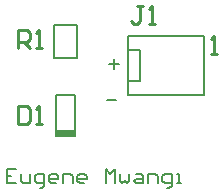
<source format=gto>
G04 Layer_Color=65535*
%FSLAX25Y25*%
%MOIN*%
G70*
G01*
G75*
%ADD16C,0.00787*%
%ADD17C,0.01000*%
%ADD18R,0.06299X0.02362*%
D16*
X26772Y19685D02*
Y33465D01*
X20472D02*
X26772D01*
X20472Y19685D02*
Y33465D01*
Y19685D02*
X26772D01*
X44488Y38189D02*
X48425D01*
Y48425D01*
X44488D02*
X48425D01*
X44488Y53150D02*
X69685D01*
X44488Y33465D02*
Y53150D01*
Y33465D02*
X69685D01*
Y53150D01*
X27559Y45669D02*
Y56693D01*
X19685D02*
X27559D01*
X19685Y45669D02*
Y56693D01*
Y45669D02*
X27559D01*
X38189Y43700D02*
X41338D01*
X39763Y45275D02*
Y42126D01*
X7086Y8660D02*
X3937D01*
Y3937D01*
X7086D01*
X3937Y6298D02*
X5511D01*
X8660Y7086D02*
Y4724D01*
X9447Y3937D01*
X11808D01*
Y7086D01*
X14957Y2363D02*
X15744D01*
X16531Y3150D01*
Y7086D01*
X14170D01*
X13383Y6298D01*
Y4724D01*
X14170Y3937D01*
X16531D01*
X20467D02*
X18893D01*
X18106Y4724D01*
Y6298D01*
X18893Y7086D01*
X20467D01*
X21254Y6298D01*
Y5511D01*
X18106D01*
X22828Y3937D02*
Y7086D01*
X25190D01*
X25977Y6298D01*
Y3937D01*
X29913D02*
X28339D01*
X27551Y4724D01*
Y6298D01*
X28339Y7086D01*
X29913D01*
X30700Y6298D01*
Y5511D01*
X27551D01*
X36997Y3937D02*
Y8660D01*
X38572Y7086D01*
X40146Y8660D01*
Y3937D01*
X41720Y7086D02*
Y4724D01*
X42507Y3937D01*
X43294Y4724D01*
X44082Y3937D01*
X44869Y4724D01*
Y7086D01*
X47230D02*
X48804D01*
X49591Y6298D01*
Y3937D01*
X47230D01*
X46443Y4724D01*
X47230Y5511D01*
X49591D01*
X51166Y3937D02*
Y7086D01*
X53527D01*
X54314Y6298D01*
Y3937D01*
X57463Y2363D02*
X58250D01*
X59037Y3150D01*
Y7086D01*
X56676D01*
X55889Y6298D01*
Y4724D01*
X56676Y3937D01*
X59037D01*
X60612D02*
X62186D01*
X61399D01*
Y7086D01*
X60612D01*
X37402Y31889D02*
X40550D01*
D17*
X7874Y49213D02*
Y55211D01*
X10873D01*
X11873Y54211D01*
Y52212D01*
X10873Y51212D01*
X7874D01*
X9873D02*
X11873Y49213D01*
X13872D02*
X15871D01*
X14872D01*
Y55211D01*
X13872Y54211D01*
X49274Y63085D02*
X47275D01*
X48275D01*
Y58086D01*
X47275Y57087D01*
X46275D01*
X45276Y58086D01*
X51274Y57087D02*
X53273D01*
X52273D01*
Y63085D01*
X51274Y62085D01*
X7874Y29620D02*
Y23622D01*
X10873D01*
X11873Y24622D01*
Y28620D01*
X10873Y29620D01*
X7874D01*
X13872Y23622D02*
X15871D01*
X14872D01*
Y29620D01*
X13872Y28620D01*
X72047Y47244D02*
X74047D01*
X73047D01*
Y53242D01*
X72047Y52242D01*
D18*
X23622Y20866D02*
D03*
M02*

</source>
